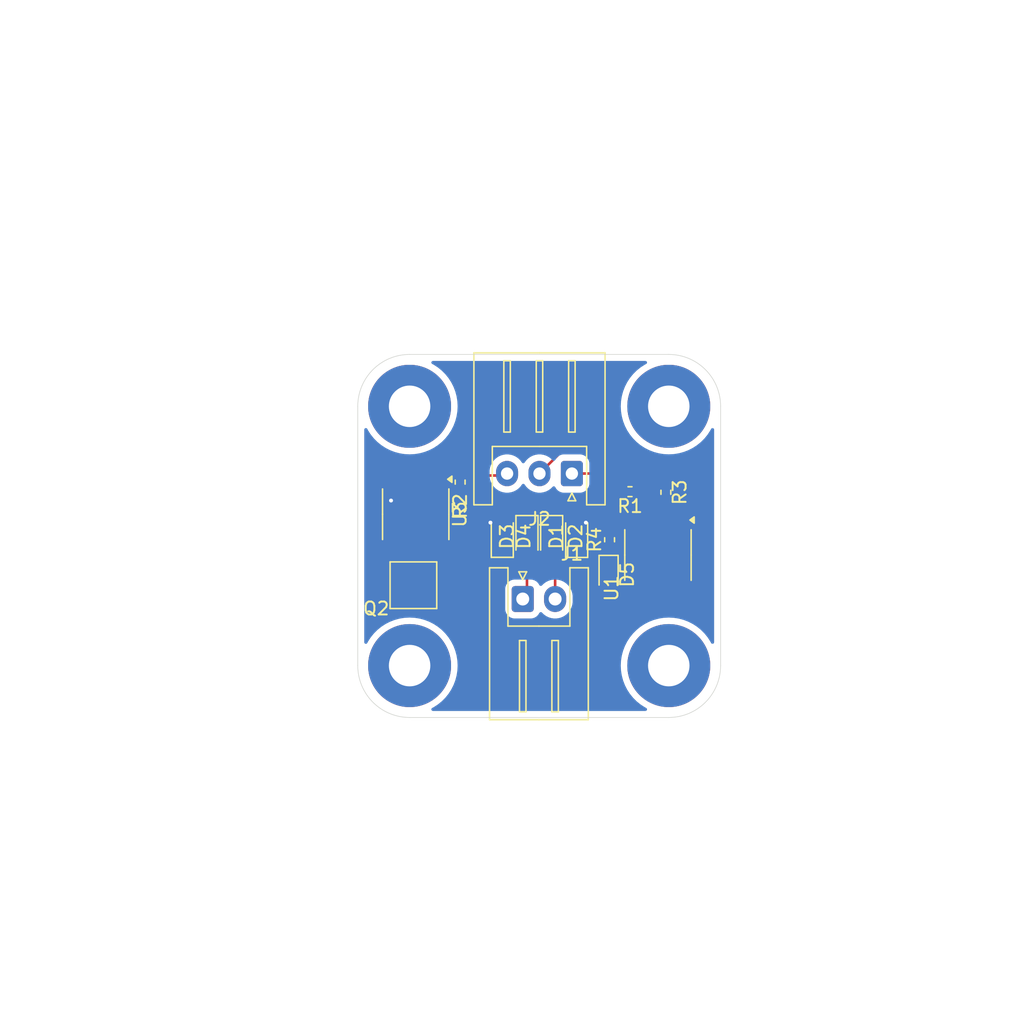
<source format=kicad_pcb>
(kicad_pcb (version 20240108) (generator "pcbnew") (generator_version "8.0")
  (layers (0 "F.Cu" signal) (31 "B.Cu" signal) (34 "B.Paste" user) (35 "F.Paste" user) (36 "B.SilkS" user "B.Silkscreen") (37 "F.SilkS" user "F.Silkscreen") (38 "B.Mask" user) (39 "F.Mask" user) (44 "Edge.Cuts" user))
  (net 0 "")
  (net 1 "GND")
  (net 2 "Net-(D1-K)")
  (net 3 "VCC")
  (net 4 "Net-(D3-A)")
  (net 5 "Net-(Q2-E)")
  (net 6 "Net-(Q2-B)")
  (net 7 "Net-(U1A--)")
  (net 11 "Net-(U1C-V-)")
  (net 24 "Net-(U3-VREF)")
  (net 25 "Net-(U3-IIN)")
  (net 26 "Net-(J2-Pin_3)")
  (net 27 "Net-(J2-Pin_1)")
  (net 28 "Net-(J2-Pin_2)")
  (net 29 "Net-(D5-A)")
  (net 30 "Net-(D5-K)")
  (footprint "Resistor_SMD:R_0402_1005Metric" (layer "F.Cu") (at 144.1958 84.9864 90)
    (property "Reference" "R3" (at 0 1.0668 90) (layer "F.SilkS"))
    (property "Value" "10k")
    (fp_line (start -0.153641 -0.38) (end 0.153641 -0.38) (stroke (width 0.12)) (layer "F.SilkS"))
    (fp_line (start -0.153641 0.38) (end 0.153641 0.38) (stroke (width 0.12)) (layer "F.SilkS"))
    (pad "1" smd roundrect (at -0.51 0 90) (size 0.54 0.64) (layers "F.Cu" "F.Paste" "F.Mask") (net 7 "Net-(U1A--)"))
    (pad "2" smd roundrect (at 0.51 0 90) (size 0.54 0.64) (layers "F.Cu" "F.Paste" "F.Mask") (net 25 "Net-(U3-IIN)"))
  )
  (footprint "Resistor_SMD:R_0402_1005Metric" (layer "F.Cu") (at 128.3208 84.201 90)
    (property "Reference" "R2" (at -1.8542 0 90) (layer "F.SilkS"))
    (property "Value" "1k")
    (fp_line (start -0.153641 -0.38) (end 0.153641 -0.38) (stroke (width 0.12)) (layer "F.SilkS"))
    (fp_line (start -0.153641 0.38) (end 0.153641 0.38) (stroke (width 0.12)) (layer "F.SilkS"))
    (pad "1" smd roundrect (at -0.51 0 90) (size 0.54 0.64) (layers "F.Cu" "F.Paste" "F.Mask") (net 24 "Net-(U3-VREF)"))
    (pad "2" smd roundrect (at 0.51 0 90) (size 0.54 0.64) (layers "F.Cu" "F.Paste" "F.Mask") (net 26 "Net-(J2-Pin_3)"))
  )
  (footprint "MountingHole:MountingHole_3.2mm_M3_Pad_TopBottom" (layer "F.Cu") (at 124.4201 98.3541)
    (property "Reference" "H2" (hide yes))
    (property "Value" "MountingHole_Pad")
    (pad "1" thru_hole circle (at 0 0) (size 3.6 3.6) (drill 3.2) (layers "*.Cu" "*.Mask"))
    (pad "1" connect circle (at 0 0) (size 6.4 6.4) (layers "F.Cu" "F.Mask"))
    (pad "1" connect circle (at 0 0) (size 6.4 6.4) (layers "B.Cu" "B.Mask"))
  )
  (footprint "MountingHole:MountingHole_3.2mm_M3_Pad_TopBottom" (layer "F.Cu") (at 144.4201 78.3541)
    (property "Reference" "H4" (hide yes))
    (property "Value" "MountingHole_Pad")
    (pad "1" thru_hole circle (at 0 0) (size 3.6 3.6) (drill 3.2) (layers "*.Cu" "*.Mask"))
    (pad "1" connect circle (at 0 0) (size 6.4 6.4) (layers "F.Cu" "F.Mask"))
    (pad "1" connect circle (at 0 0) (size 6.4 6.4) (layers "B.Cu" "B.Mask"))
  )
  (footprint "Diode_SMD:D_SOD-323" (layer "F.Cu") (at 135.382 88.392 -90)
    (property "Reference" "D2" (at 0 -1.85 90) (layer "F.SilkS"))
    (property "Value" "1N4148")
    (fp_line (start -1.61 0.85) (end 1.05 0.85) (stroke (width 0.12)) (layer "F.SilkS"))
    (fp_line (start -1.61 -0.85) (end -1.61 0.85) (stroke (width 0.12)) (layer "F.SilkS"))
    (fp_line (start -1.61 -0.85) (end 1.05 -0.85) (stroke (width 0.12)) (layer "F.SilkS"))
    (pad "1" smd roundrect (at -1.05 0 270) (size 0.6 0.45) (layers "F.Cu" "F.Paste" "F.Mask") (net 3 "VCC"))
    (pad "2" smd roundrect (at 1.05 0 270) (size 0.6 0.45) (layers "F.Cu" "F.Paste" "F.Mask") (net 2 "Net-(D1-K)"))
  )
  (footprint "Diode_SMD:D_SOD-323" (layer "F.Cu") (at 133.477 88.392 -90)
    (property "Reference" "D3" (at 0 1.5494 90) (layer "F.SilkS"))
    (property "Value" "1N4148")
    (fp_line (start -1.61 0.85) (end 1.05 0.85) (stroke (width 0.12)) (layer "F.SilkS"))
    (fp_line (start -1.61 -0.85) (end -1.61 0.85) (stroke (width 0.12)) (layer "F.SilkS"))
    (fp_line (start -1.61 -0.85) (end 1.05 -0.85) (stroke (width 0.12)) (layer "F.SilkS"))
    (pad "1" smd roundrect (at -1.05 0 270) (size 0.6 0.45) (layers "F.Cu" "F.Paste" "F.Mask") (net 3 "VCC"))
    (pad "2" smd roundrect (at 1.05 0 270) (size 0.6 0.45) (layers "F.Cu" "F.Paste" "F.Mask") (net 4 "Net-(D3-A)"))
  )
  (footprint "LED_SMD:LED_0603_1608Metric" (layer "F.Cu") (at 139.7762 91.3384 -90)
    (property "Reference" "D5" (at 0 -1.43 90) (layer "F.SilkS"))
    (property "Value" "LED")
    (fp_line (start -1.485 0.735) (end 0.8 0.735) (stroke (width 0.12)) (layer "F.SilkS"))
    (fp_line (start -1.485 -0.735) (end -1.485 0.735) (stroke (width 0.12)) (layer "F.SilkS"))
    (fp_line (start 0.8 -0.735) (end -1.485 -0.735) (stroke (width 0.12)) (layer "F.SilkS"))
    (pad "1" smd roundrect (at -0.7875 0 270) (size 0.875 0.95) (layers "F.Cu" "F.Paste" "F.Mask") (net 30 "Net-(D5-K)"))
    (pad "2" smd roundrect (at 0.7875 0 270) (size 0.875 0.95) (layers "F.Cu" "F.Paste" "F.Mask") (net 29 "Net-(D5-A)"))
  )
  (footprint "Diode_SMD:D_SOD-323" (layer "F.Cu") (at 131.572 88.392 90)
    (property "Reference" "D4" (at 0 1.651 90) (layer "F.SilkS"))
    (property "Value" "1N4148")
    (fp_line (start -1.61 -0.85) (end 1.05 -0.85) (stroke (width 0.12)) (layer "F.SilkS"))
    (fp_line (start -1.61 -0.85) (end -1.61 0.85) (stroke (width 0.12)) (layer "F.SilkS"))
    (fp_line (start -1.61 0.85) (end 1.05 0.85) (stroke (width 0.12)) (layer "F.SilkS"))
    (pad "1" smd roundrect (at -1.05 0 90) (size 0.6 0.45) (layers "F.Cu" "F.Paste" "F.Mask") (net 4 "Net-(D3-A)"))
    (pad "2" smd roundrect (at 1.05 0 90) (size 0.6 0.45) (layers "F.Cu" "F.Paste" "F.Mask") (net 1 "GND"))
  )
  (footprint "MountingHole:MountingHole_3.2mm_M3_Pad_TopBottom" (layer "F.Cu") (at 124.4201 78.3541)
    (property "Reference" "H1" (hide yes))
    (property "Value" "MountingHole_Pad")
    (pad "1" thru_hole circle (at 0 0) (size 3.6 3.6) (drill 3.2) (layers "*.Cu" "*.Mask"))
    (pad "1" connect circle (at 0 0) (size 6.4 6.4) (layers "F.Cu" "F.Mask"))
    (pad "1" connect circle (at 0 0) (size 6.4 6.4) (layers "B.Cu" "B.Mask"))
  )
  (footprint "Package_SO:SOIC-8_3.9x4.9mm_P1.27mm" (layer "F.Cu") (at 124.8918 86.679 -90)
    (property "Reference" "U3" (at 0 -3.4 90) (layer "F.SilkS"))
    (property "Value" "XTR116U")
    (fp_line (start 0 2.56) (end -1.95 2.56) (stroke (width 0.12)) (layer "F.SilkS"))
    (fp_line (start 0 2.56) (end 1.95 2.56) (stroke (width 0.12)) (layer "F.SilkS"))
    (fp_line (start 0 -2.56) (end -1.95 -2.56) (stroke (width 0.12)) (layer "F.SilkS"))
    (fp_line (start 0 -2.56) (end 1.95 -2.56) (stroke (width 0.12)) (layer "F.SilkS"))
    (fp_poly (pts (xy -2.7 -2.465) (xy -2.94 -2.795) (xy -2.46 -2.795) (xy -2.7 -2.465)) (stroke (width 0.12)) (fill solid) (layer "F.SilkS"))
    (pad "1" smd roundrect (at -2.475 -1.905 270) (size 1.95 0.6) (layers "F.Cu" "F.Paste" "F.Mask") (net 24 "Net-(U3-VREF)"))
    (pad "2" smd roundrect (at -2.475 -0.635 270) (size 1.95 0.6) (layers "F.Cu" "F.Paste" "F.Mask") (net 25 "Net-(U3-IIN)"))
    (pad "3" smd roundrect (at -2.475 0.635 270) (size 1.95 0.6) (layers "F.Cu" "F.Paste" "F.Mask") (net 11 "Net-(U1C-V-)"))
    (pad "4" smd roundrect (at -2.475 1.905 270) (size 1.95 0.6) (layers "F.Cu" "F.Paste" "F.Mask") (net 1 "GND"))
    (pad "5" smd roundrect (at 2.475 1.905 270) (size 1.95 0.6) (layers "F.Cu" "F.Paste" "F.Mask") (net 5 "Net-(Q2-E)"))
    (pad "6" smd roundrect (at 2.475 0.635 270) (size 1.95 0.6) (layers "F.Cu" "F.Paste" "F.Mask") (net 6 "Net-(Q2-B)"))
    (pad "7" smd roundrect (at 2.475 -0.635 270) (size 1.95 0.6) (layers "F.Cu" "F.Paste" "F.Mask") (net 3 "VCC"))
    (pad "8" smd roundrect (at 2.475 -1.905 270) (size 1.95 0.6) (layers "F.Cu" "F.Paste" "F.Mask") (net 29 "Net-(D5-A)"))
  )
  (footprint "Connector_JST:JST_XH_S2B-XH-A_1x02_P2.50mm_Horizontal" (layer "F.Cu") (at 133.1501 93.218)
    (property "Reference" "J1" (at 3.7954 -3.4798 0) (layer "F.SilkS"))
    (property "Value" "current")
    (fp_line (start -2.56 -2.41) (end -1.14 -2.41) (stroke (width 0.12)) (layer "F.SilkS"))
    (fp_line (start -2.56 9.31) (end -2.56 -2.41) (stroke (width 0.12)) (layer "F.SilkS"))
    (fp_line (start -1.14 -2.41) (end -1.14 2.09) (stroke (width 0.12)) (layer "F.SilkS"))
    (fp_line (start -1.14 2.09) (end 1.25 2.09) (stroke (width 0.12)) (layer "F.SilkS"))
    (fp_line (start -0.3 -2.1) (end 0.3 -2.1) (stroke (width 0.12)) (layer "F.SilkS"))
    (fp_line (start -0.25 3.2) (end -0.25 8.7) (stroke (width 0.12)) (layer "F.SilkS"))
    (fp_line (start -0.25 8.7) (end 0.25 8.7) (stroke (width 0.12)) (layer "F.SilkS"))
    (fp_line (start 0 -1.5) (end -0.3 -2.1) (stroke (width 0.12)) (layer "F.SilkS"))
    (fp_line (start 0.25 3.2) (end -0.25 3.2) (stroke (width 0.12)) (layer "F.SilkS"))
    (fp_line (start 0.25 8.7) (end 0.25 3.2) (stroke (width 0.12)) (layer "F.SilkS"))
    (fp_line (start 0.3 -2.1) (end 0 -1.5) (stroke (width 0.12)) (layer "F.SilkS"))
    (fp_line (start 1.25 9.31) (end -2.56 9.31) (stroke (width 0.12)) (layer "F.SilkS"))
    (fp_line (start 1.25 9.31) (end 5.06 9.31) (stroke (width 0.12)) (layer "F.SilkS"))
    (fp_line (start 2.25 3.2) (end 2.25 8.7) (stroke (width 0.12)) (layer "F.SilkS"))
    (fp_line (start 2.25 8.7) (end 2.75 8.7) (stroke (width 0.12)) (layer "F.SilkS"))
    (fp_line (start 2.75 3.2) (end 2.25 3.2) (stroke (width 0.12)) (layer "F.SilkS"))
    (fp_line (start 2.75 8.7) (end 2.75 3.2) (stroke (width 0.12)) (layer "F.SilkS"))
    (fp_line (start 3.64 -2.41) (end 3.64 2.09) (stroke (width 0.12)) (layer "F.SilkS"))
    (fp_line (start 3.64 2.09) (end 1.25 2.09) (stroke (width 0.12)) (layer "F.SilkS"))
    (fp_line (start 5.06 -2.41) (end 3.64 -2.41) (stroke (width 0.12)) (layer "F.SilkS"))
    (fp_line (start 5.06 9.31) (end 5.06 -2.41) (stroke (width 0.12)) (layer "F.SilkS"))
    (pad "1" thru_hole roundrect (at 0 0) (size 1.7 2) (drill 1) (layers "*.Cu" "*.Mask") (roundrect_rratio 0.147059) (net 4 "Net-(D3-A)"))
    (pad "2" thru_hole oval (at 2.5 0) (size 1.7 2) (drill 1) (layers "*.Cu" "*.Mask") (net 2 "Net-(D1-K)"))
  )
  (footprint "Diode_SMD:D_SOD-323" (layer "F.Cu") (at 137.3124 88.4006 90)
    (property "Reference" "D1" (at 0 -1.5748 90) (layer "F.SilkS"))
    (property "Value" "1N4148")
    (fp_line (start -1.61 -0.85) (end 1.05 -0.85) (stroke (width 0.12)) (layer "F.SilkS"))
    (fp_line (start -1.61 -0.85) (end -1.61 0.85) (stroke (width 0.12)) (layer "F.SilkS"))
    (fp_line (start -1.61 0.85) (end 1.05 0.85) (stroke (width 0.12)) (layer "F.SilkS"))
    (pad "1" smd roundrect (at -1.05 0 90) (size 0.6 0.45) (layers "F.Cu" "F.Paste" "F.Mask") (net 2 "Net-(D1-K)"))
    (pad "2" smd roundrect (at 1.05 0 90) (size 0.6 0.45) (layers "F.Cu" "F.Paste" "F.Mask") (net 1 "GND"))
  )
  (footprint "Resistor_SMD:R_0402_1005Metric" (layer "F.Cu") (at 141.4272 84.9376)
    (property "Reference" "R1" (at 0 1.1176 360) (layer "F.SilkS"))
    (property "Value" "1k")
    (fp_line (start -0.153641 -0.38) (end 0.153641 -0.38) (stroke (width 0.12)) (layer "F.SilkS"))
    (fp_line (start -0.153641 0.38) (end 0.153641 0.38) (stroke (width 0.12)) (layer "F.SilkS"))
    (pad "1" smd roundrect (at -0.51 0) (size 0.54 0.64) (layers "F.Cu" "F.Paste" "F.Mask") (net 27 "Net-(J2-Pin_1)"))
    (pad "2" smd roundrect (at 0.51 0) (size 0.54 0.64) (layers "F.Cu" "F.Paste" "F.Mask") (net 11 "Net-(U1C-V-)"))
  )
  (footprint "Resistor_SMD:R_0402_1005Metric" (layer "F.Cu") (at 139.8524 88.646 90)
    (property "Reference" "R4" (at 0 -1.17 90) (layer "F.SilkS"))
    (property "Value" "220R")
    (fp_line (start -0.153641 -0.38) (end 0.153641 -0.38) (stroke (width 0.12)) (layer "F.SilkS"))
    (fp_line (start -0.153641 0.38) (end 0.153641 0.38) (stroke (width 0.12)) (layer "F.SilkS"))
    (pad "1" smd roundrect (at -0.51 0 90) (size 0.54 0.64) (layers "F.Cu" "F.Paste" "F.Mask") (net 30 "Net-(D5-K)"))
    (pad "2" smd roundrect (at 0.51 0 90) (size 0.54 0.64) (layers "F.Cu" "F.Paste" "F.Mask") (net 11 "Net-(U1C-V-)"))
  )
  (footprint "Package_SO:SOIC-8_3.9x4.9mm_P1.27mm" (layer "F.Cu") (at 143.5862 89.8256 -90)
    (property "Reference" "U1" (at 2.5654 3.5814 90) (layer "F.SilkS"))
    (property "Value" "LM358")
    (fp_line (start 0 2.56) (end -1.95 2.56) (stroke (width 0.12)) (layer "F.SilkS"))
    (fp_line (start 0 2.56) (end 1.95 2.56) (stroke (width 0.12)) (layer "F.SilkS"))
    (fp_line (start 0 -2.56) (end -1.95 -2.56) (stroke (width 0.12)) (layer "F.SilkS"))
    (fp_line (start 0 -2.56) (end 1.95 -2.56) (stroke (width 0.12)) (layer "F.SilkS"))
    (fp_poly (pts (xy -2.7 -2.465) (xy -2.94 -2.795) (xy -2.46 -2.795) (xy -2.7 -2.465)) (stroke (width 0.12)) (fill solid) (layer "F.SilkS"))
    (pad "1" smd roundrect (at -2.475 -1.905 270) (size 1.95 0.6) (layers "F.Cu" "F.Paste" "F.Mask") (net 7 "Net-(U1A--)"))
    (pad "2" smd roundrect (at -2.475 -0.635 270) (size 1.95 0.6) (layers "F.Cu" "F.Paste" "F.Mask") (net 7 "Net-(U1A--)"))
    (pad "3" smd roundrect (at -2.475 0.635 270) (size 1.95 0.6) (layers "F.Cu" "F.Paste" "F.Mask") (net 28 "Net-(J2-Pin_2)"))
    (pad "4" smd roundrect (at -2.475 1.905 270) (size 1.95 0.6) (layers "F.Cu" "F.Paste" "F.Mask") (net 11 "Net-(U1C-V-)"))
    (pad "5" smd roundrect (at 2.475 1.905 270) (size 1.95 0.6) (layers "F.Cu" "F.Paste" "F.Mask"))
    (pad "6" smd roundrect (at 2.475 0.635 270) (size 1.95 0.6) (layers "F.Cu" "F.Paste" "F.Mask"))
    (pad "7" smd roundrect (at 2.475 -0.635 270) (size 1.95 0.6) (layers "F.Cu" "F.Paste" "F.Mask"))
    (pad "8" smd roundrect (at 2.475 -1.905 270) (size 1.95 0.6) (layers "F.Cu" "F.Paste" "F.Mask") (net 29 "Net-(D5-A)"))
  )
  (footprint "PCM_Package_TO_SOT_SMD_AKL:SOT-23" (layer "F.Cu") (at 124.714 92.1542)
    (property "Reference" "Q2" (at -2.8702 1.8004 0) (layer "F.SilkS"))
    (property "Value" "MMBT2222A" (hide yes))
    (fp_line (start -1.8 -1.8) (end -1.8 1.8) (stroke (width 0.12)) (layer "F.SilkS"))
    (fp_line (start -1.8 1.8) (end 1.8 1.8) (stroke (width 0.12)) (layer "F.SilkS"))
    (fp_line (start 1.8 -1.8) (end -1.8 -1.8) (stroke (width 0.12)) (layer "F.SilkS"))
    (fp_line (start 1.8 1.8) (end 1.8 -1.8) (stroke (width 0.12)) (layer "F.SilkS"))
    (pad "1" smd roundrect (at -1 -0.95) (size 0.9 0.8) (layers "F.Cu" "F.Paste" "F.Mask") (net 6 "Net-(Q2-B)"))
    (pad "2" smd roundrect (at -1 0.95) (size 0.9 0.8) (layers "F.Cu" "F.Paste" "F.Mask") (net 5 "Net-(Q2-E)"))
    (pad "3" smd roundrect (at 1 0) (size 0.9 0.8) (layers "F.Cu" "F.Paste" "F.Mask") (net 3 "VCC"))
  )
  (footprint "Connector_JST:JST_XH_S3B-XH-A_1x03_P2.50mm_Horizontal" (layer "F.Cu") (at 136.9422 83.5406 180)
    (property "Reference" "J2" (at 2.5 -3.5 360) (layer "F.SilkS"))
    (property "Value" "potentiometer")
    (fp_line (start 7.56 9.31) (end 7.56 -2.41) (stroke (width 0.12)) (layer "F.SilkS"))
    (fp_line (start 7.56 -2.41) (end 6.14 -2.41) (stroke (width 0.12)) (layer "F.SilkS"))
    (fp_line (start 6.14 2.09) (end 2.5 2.09) (stroke (width 0.12)) (layer "F.SilkS"))
    (fp_line (start 6.14 -2.41) (end 6.14 2.09) (stroke (width 0.12)) (layer "F.SilkS"))
    (fp_line (start 5.25 8.7) (end 5.25 3.2) (stroke (width 0.12)) (layer "F.SilkS"))
    (fp_line (start 5.25 3.2) (end 4.75 3.2) (stroke (width 0.12)) (layer "F.SilkS"))
    (fp_line (start 4.75 8.7) (end 5.25 8.7) (stroke (width 0.12)) (layer "F.SilkS"))
    (fp_line (start 4.75 3.2) (end 4.75 8.7) (stroke (width 0.12)) (layer "F.SilkS"))
    (fp_line (start 2.75 8.7) (end 2.75 3.2) (stroke (width 0.12)) (layer "F.SilkS"))
    (fp_line (start 2.75 3.2) (end 2.25 3.2) (stroke (width 0.12)) (layer "F.SilkS"))
    (fp_line (start 2.5 9.31) (end 7.56 9.31) (stroke (width 0.12)) (layer "F.SilkS"))
    (fp_line (start 2.5 9.31) (end -2.56 9.31) (stroke (width 0.12)) (layer "F.SilkS"))
    (fp_line (start 2.25 8.7) (end 2.75 8.7) (stroke (width 0.12)) (layer "F.SilkS"))
    (fp_line (start 2.25 3.2) (end 2.25 8.7) (stroke (width 0.12)) (layer "F.SilkS"))
    (fp_line (start 0.3 -2.1) (end 0 -1.5) (stroke (width 0.12)) (layer "F.SilkS"))
    (fp_line (start 0.25 8.7) (end 0.25 3.2) (stroke (width 0.12)) (layer "F.SilkS"))
    (fp_line (start 0.25 3.2) (end -0.25 3.2) (stroke (width 0.12)) (layer "F.SilkS"))
    (fp_line (start 0 -1.5) (end -0.3 -2.1) (stroke (width 0.12)) (layer "F.SilkS"))
    (fp_line (start -0.25 8.7) (end 0.25 8.7) (stroke (width 0.12)) (layer "F.SilkS"))
    (fp_line (start -0.25 3.2) (end -0.25 8.7) (stroke (width 0.12)) (layer "F.SilkS"))
    (fp_line (start -0.3 -2.1) (end 0.3 -2.1) (stroke (width 0.12)) (layer "F.SilkS"))
    (fp_line (start -1.14 2.09) (end 2.5 2.09) (stroke (width 0.12)) (layer "F.SilkS"))
    (fp_line (start -1.14 -2.41) (end -1.14 2.09) (stroke (width 0.12)) (layer "F.SilkS"))
    (fp_line (start -2.56 9.31) (end -2.56 -2.41) (stroke (width 0.12)) (layer "F.SilkS"))
    (fp_line (start -2.56 -2.41) (end -1.14 -2.41) (stroke (width 0.12)) (layer "F.SilkS"))
    (pad "1" thru_hole roundrect (at 0 0 180) (size 1.7 1.95) (drill 0.95) (layers "*.Cu" "*.Mask") (roundrect_rratio 0.147059) (net 27 "Net-(J2-Pin_1)"))
    (pad "2" thru_hole oval (at 2.5 0 180) (size 1.7 1.95) (drill 0.95) (layers "*.Cu" "*.Mask") (net 28 "Net-(J2-Pin_2)"))
    (pad "3" thru_hole oval (at 5 0 180) (size 1.7 1.95) (drill 0.95) (layers "*.Cu" "*.Mask") (net 26 "Net-(J2-Pin_3)"))
  )
  (footprint "MountingHole:MountingHole_3.2mm_M3_Pad_TopBottom" (layer "F.Cu") (at 144.4201 98.3541)
    (property "Reference" "H3" (hide yes))
    (property "Value" "MountingHole_Pad")
    (pad "1" thru_hole circle (at 0 0) (size 3.6 3.6) (drill 3.2) (layers "*.Cu" "*.Mask"))
    (pad "1" connect circle (at 0 0) (size 6.4 6.4) (layers "F.Cu" "F.Mask"))
    (pad "1" connect circle (at 0 0) (size 6.4 6.4) (layers "B.Cu" "B.Mask"))
  )
  (gr_arc (start 144.4201 74.3541) (mid 147.248527 75.525673) (end 148.4201 78.3541) (stroke (width 0.05)) (layer "Edge.Cuts"))
  (gr_line (start 144.4201 74.3541) (end 124.4201 74.3541) (stroke (width 0.05)) (layer "Edge.Cuts"))
  (gr_line (start 120.4201 78.3541) (end 120.4201 98.3541) (stroke (width 0.05)) (layer "Edge.Cuts"))
  (gr_arc (start 148.4201 98.3541) (mid 147.248527 101.182527) (end 144.4201 102.3541) (stroke (width 0.05)) (layer "Edge.Cuts"))
  (gr_line (start 144.4201 102.3541) (end 124.4201 102.3541) (stroke (width 0.05)) (layer "Edge.Cuts"))
  (gr_arc (start 120.4201 78.3541) (mid 121.591673 75.525673) (end 124.4201 74.3541) (stroke (width 0.05)) (layer "Edge.Cuts"))
  (gr_line (start 148.4201 78.3541) (end 148.4201 98.3541) (stroke (width 0.05)) (layer "Edge.Cuts"))
  (gr_arc (start 124.4201 102.3541) (mid 121.591673 101.182527) (end 120.4201 98.3541) (stroke (width 0.05)) (layer "Edge.Cuts"))
  (segment (start 122.9868 85.6234) (end 122.9868 84.204) (width 0.2) (layer "F.Cu") (net 1))
  (segment (start 131.572 87.342) (end 130.6744 87.342) (width 0.2) (layer "F.Cu") (net 1))
  (segment (start 130.6744 87.342) (end 130.6576 87.3252) (width 0.2) (layer "F.Cu") (net 1))
  (segment (start 137.3124 87.3506) (end 137.9982 87.3506) (width 0.2) (layer "F.Cu") (net 1))
  (segment (start 137.9982 87.3506) (end 138.0236 87.3252) (width 0.2) (layer "F.Cu") (net 1))
  (via (at 138.0236 87.3252) (size 0.6) (drill 0.3) (layers "F.Cu" "B.Cu") (net 1))
  (via (at 130.6576 87.3252) (size 0.6) (drill 0.3) (layers "F.Cu" "B.Cu") (net 1))
  (via (at 122.9868 85.6234) (size 0.6) (drill 0.3) (layers "F.Cu" "B.Cu") (net 1))
  (segment (start 135.382 89.442) (end 137.3038 89.442) (width 0.2) (layer "F.Cu") (net 2))
  (segment (start 135.6501 93.218) (end 135.6501 89.7101) (width 0.2) (layer "F.Cu") (net 2))
  (segment (start 137.3038 89.442) (end 137.3124 89.4506) (width 0.2) (layer "F.Cu") (net 2))
  (segment (start 135.6501 89.7101) (end 135.382 89.442) (width 0.2) (layer "F.Cu") (net 2))
  (segment (start 125.5268 88.179001) (end 126.253601 87.4522) (width 0.2) (layer "F.Cu") (net 3))
  (segment (start 133.477 87.342) (end 135.382 87.342) (width 0.2) (layer "F.Cu") (net 3))
  (segment (start 132.0038 88.392) (end 133.0538 87.342) (width 0.2) (layer "F.Cu") (net 3))
  (segment (start 125.714 89.3412) (end 125.5268 89.154) (width 0.2) (layer "F.Cu") (net 3))
  (segment (start 126.253601 87.4522) (end 127.9652 87.4522) (width 0.2) (layer "F.Cu") (net 3))
  (segment (start 128.905 88.392) (end 132.0038 88.392) (width 0.2) (layer "F.Cu") (net 3))
  (segment (start 133.0538 87.342) (end 133.477 87.342) (width 0.2) (layer "F.Cu") (net 3))
  (segment (start 125.714 92.1542) (end 125.714 89.3412) (width 0.2) (layer "F.Cu") (net 3))
  (segment (start 125.5268 89.154) (end 125.5268 88.179001) (width 0.2) (layer "F.Cu") (net 3))
  (segment (start 127.9652 87.4522) (end 128.905 88.392) (width 0.2) (layer "F.Cu") (net 3))
  (segment (start 133.477 89.442) (end 133.477 92.8911) (width 0.2) (layer "F.Cu") (net 4))
  (segment (start 133.477 92.8911) (end 133.1501 93.218) (width 0.2) (layer "F.Cu") (net 4))
  (segment (start 133.477 89.442) (end 131.572 89.442) (width 0.2) (layer "F.Cu") (net 4))
  (segment (start 122.686801 89.453999) (end 122.9868 89.154) (width 0.2) (layer "F.Cu") (net 5))
  (segment (start 122.686801 92.077001) (end 122.686801 89.453999) (width 0.2) (layer "F.Cu") (net 5))
  (segment (start 123.714 93.1042) (end 122.686801 92.077001) (width 0.2) (layer "F.Cu") (net 5))
  (segment (start 123.714 91.2042) (end 123.714 89.6968) (width 0.2) (layer "F.Cu") (net 6))
  (segment (start 123.714 89.6968) (end 124.2568 89.154) (width 0.2) (layer "F.Cu") (net 6))
  (segment (start 144.2212 87.3506) (end 145.4912 87.3506) (width 0.2) (layer "F.Cu") (net 7))
  (segment (start 144.1958 85.4964) (end 144.1958 87.3252) (width 0.2) (layer "F.Cu") (net 7))
  (segment (start 144.1958 87.3252) (end 144.2212 87.3506) (width 0.2) (layer "F.Cu") (net 7))
  (segment (start 124.2568 84.204) (end 124.2568 85.178999) (width 0.2) (layer "F.Cu") (net 11))
  (segment (start 140.1826 85.852) (end 141.6812 87.3506) (width 0.2) (layer "F.Cu") (net 11))
  (segment (start 124.2568 85.178999) (end 124.929801 85.852) (width 0.2) (layer "F.Cu") (net 11))
  (segment (start 140.8958 88.136) (end 141.6812 87.3506) (width 0.2) (layer "F.Cu") (net 11))
  (segment (start 124.929801 85.852) (end 140.1826 85.852) (width 0.2) (layer "F.Cu") (net 11))
  (segment (start 141.9372 84.9376) (end 141.9372 87.0946) (width 0.2) (layer "F.Cu") (net 11))
  (segment (start 141.9372 87.0946) (end 141.6812 87.3506) (width 0.2) (layer "F.Cu") (net 11))
  (segment (start 139.8524 88.136) (end 140.8958 88.136) (width 0.2) (layer "F.Cu") (net 11))
  (segment (start 126.7968 84.204) (end 127.2316 84.204) (width 0.2) (layer "F.Cu") (net 24))
  (segment (start 127.2316 84.204) (end 127.7386 84.711) (width 0.2) (layer "F.Cu") (net 24))
  (segment (start 127.7386 84.711) (end 128.3208 84.711) (width 0.2) (layer "F.Cu") (net 24))
  (segment (start 140.3898 80.6704) (end 144.1958 84.4764) (width 0.2) (layer "F.Cu") (net 25))
  (segment (start 128.085401 80.6704) (end 140.3898 80.6704) (width 0.2) (layer "F.Cu") (net 25))
  (segment (start 125.5268 84.204) (end 125.5268 83.229001) (width 0.2) (layer "F.Cu") (net 25))
  (segment (start 125.5268 83.229001) (end 128.085401 80.6704) (width 0.2) (layer "F.Cu") (net 25))
  (segment (start 128.3208 83.691) (end 131.7918 83.691) (width 0.2) (layer "F.Cu") (net 26))
  (segment (start 131.7918 83.691) (end 131.9422 83.5406) (width 0.2) (layer "F.Cu") (net 26))
  (segment (start 136.9422 83.5406) (end 139.5202 83.5406) (width 0.2) (layer "F.Cu") (net 27))
  (segment (start 139.5202 83.5406) (end 140.9172 84.9376) (width 0.2) (layer "F.Cu") (net 27))
  (segment (start 140.208 81.7626) (end 142.9512 84.5058) (width 0.2) (layer "F.Cu") (net 28))
  (segment (start 136.2202 81.7626) (end 140.208 81.7626) (width 0.2) (layer "F.Cu") (net 28))
  (segment (start 134.4422 83.5406) (end 136.2202 81.7626) (width 0.2) (layer "F.Cu") (net 28))
  (segment (start 142.9512 84.5058) (end 142.9512 87.3506) (width 0.2) (layer "F.Cu") (net 28))
  (segment (start 126.7968 91.2114) (end 131.191 95.6056) (width 0.2) (layer "F.Cu") (net 29))
  (segment (start 145.4912 91.955048) (end 145.4912 92.3006) (width 0.2) (layer "F.Cu") (net 29))
  (segment (start 126.7968 89.154) (end 126.7968 91.2114) (width 0.2) (layer "F.Cu") (net 29))
  (segment (start 141.9352 90.0938) (end 143.629952 90.0938) (width 0.2) (layer "F.Cu") (net 29))
  (segment (start 131.191 95.6056) (end 136.4234 95.6056) (width 0.2) (layer "F.Cu") (net 29))
  (segment (start 136.4234 95.6056) (end 141.9352 90.0938) (width 0.2) (layer "F.Cu") (net 29))
  (segment (start 143.629952 90.0938) (end 145.4912 91.955048) (width 0.2) (layer "F.Cu") (net 29))
  (segment (start 139.8524 89.156) (end 139.8524 90.4747) (width 0.2) (layer "F.Cu") (net 30))
  (segment (start 139.8524 90.4747) (end 139.7762 90.5509) (width 0.2) (layer "F.Cu") (net 30))
  (zone (net 1) (net_name "GND") (layer "B.Cu") (connect_pads (clearance 0.5)) (min_thickness 0.25) (fill yes (thermal_gap 0.5) (thermal_bridge_width 0.5))
    (polygon (pts (xy 97.8154 47.5488) (xy 171.7548 47.0154) (xy 167.1066 125.2982) (xy 92.8116 125.984)))
  )
)
</source>
